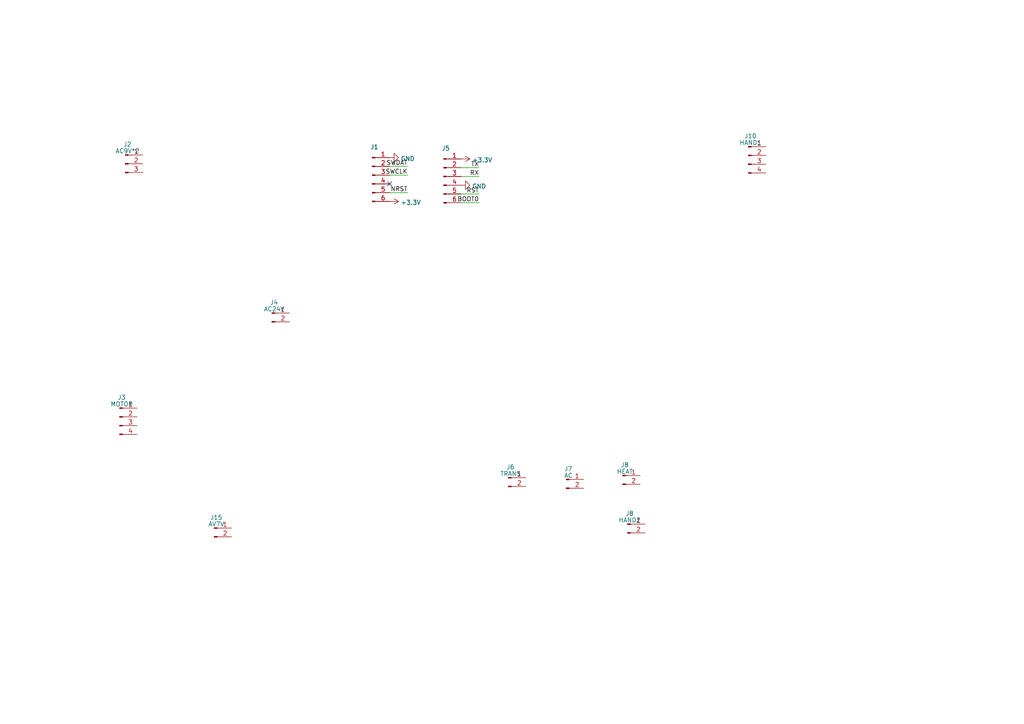
<source format=kicad_sch>
(kicad_sch (version 20230121) (generator eeschema)
  (paper "A4")
  (title_block (title "ST-862D-P2"))
  (lib_symbols
    (symbol "Connector:Conn_01x02_Pin" (pin_names (offset 1.016) hide)
      (property "Reference" "J" (at 0 2.54 0))
      (property "Value" "Conn_01x02_Pin" (at 0 -5.08 0))
      (symbol "Conn_01x02_Pin_1_1"
        (polyline (pts (xy 1.27 -2.54) (xy 0.8636 -2.54)) (stroke (width 0.1524)))
        (polyline (pts (xy 1.27 0) (xy 0.8636 0)) (stroke (width 0.1524)))
        (rectangle (start 0.8636 -2.413) (end 0 -2.667) (stroke (width 0.1524)) (fill (type outline)))
        (rectangle (start 0.8636 0.127) (end 0 -0.127) (stroke (width 0.1524)) (fill (type outline)))
        (pin passive line (at 5.08 0 180) (length 3.81) (name "Pin_1") (number "1"))
        (pin passive line (at 5.08 -2.54 180) (length 3.81) (name "Pin_2") (number "2"))
      )
    )
    (symbol "Connector:Conn_01x03_Pin" (pin_names (offset 1.016) hide)
      (property "Reference" "J" (at 0 5.08 0))
      (property "Value" "Conn_01x03_Pin" (at 0 -5.08 0))
      (symbol "Conn_01x03_Pin_1_1"
        (polyline (pts (xy 1.27 -2.54) (xy 0.8636 -2.54)) (stroke (width 0.1524)))
        (polyline (pts (xy 1.27 0) (xy 0.8636 0)) (stroke (width 0.1524)))
        (polyline (pts (xy 1.27 2.54) (xy 0.8636 2.54)) (stroke (width 0.1524)))
        (rectangle (start 0.8636 -2.413) (end 0 -2.667) (stroke (width 0.1524)) (fill (type outline)))
        (rectangle (start 0.8636 0.127) (end 0 -0.127) (stroke (width 0.1524)) (fill (type outline)))
        (rectangle (start 0.8636 2.667) (end 0 2.413) (stroke (width 0.1524)) (fill (type outline)))
        (pin passive line (at 5.08 2.54 180) (length 3.81) (name "Pin_1") (number "1"))
        (pin passive line (at 5.08 0 180) (length 3.81) (name "Pin_2") (number "2"))
        (pin passive line (at 5.08 -2.54 180) (length 3.81) (name "Pin_3") (number "3"))
      )
    )
    (symbol "Connector:Conn_01x04_Pin" (pin_names (offset 1.016) hide)
      (property "Reference" "J" (at 0 5.08 0))
      (property "Value" "Conn_01x04_Pin" (at 0 -7.62 0))
      (symbol "Conn_01x04_Pin_1_1"
        (polyline (pts (xy 1.27 -5.08) (xy 0.8636 -5.08)) (stroke (width 0.1524)))
        (polyline (pts (xy 1.27 -2.54) (xy 0.8636 -2.54)) (stroke (width 0.1524)))
        (polyline (pts (xy 1.27 0) (xy 0.8636 0)) (stroke (width 0.1524)))
        (polyline (pts (xy 1.27 2.54) (xy 0.8636 2.54)) (stroke (width 0.1524)))
        (rectangle (start 0.8636 -4.953) (end 0 -5.207) (stroke (width 0.1524)) (fill (type outline)))
        (rectangle (start 0.8636 -2.413) (end 0 -2.667) (stroke (width 0.1524)) (fill (type outline)))
        (rectangle (start 0.8636 0.127) (end 0 -0.127) (stroke (width 0.1524)) (fill (type outline)))
        (rectangle (start 0.8636 2.667) (end 0 2.413) (stroke (width 0.1524)) (fill (type outline)))
        (pin passive line (at 5.08 2.54 180) (length 3.81) (name "Pin_1") (number "1"))
        (pin passive line (at 5.08 0 180) (length 3.81) (name "Pin_2") (number "2"))
        (pin passive line (at 5.08 -2.54 180) (length 3.81) (name "Pin_3") (number "3"))
        (pin passive line (at 5.08 -5.08 180) (length 3.81) (name "Pin_4") (number "4"))
      )
    )
    (symbol "Connector:Conn_01x06_Pin" (pin_names (offset 1.016) hide)
      (property "Reference" "J" (at 0 7.62 0))
      (property "Value" "Conn_01x06_Pin" (at 0 -10.16 0))
      (symbol "Conn_01x06_Pin_1_1"
        (polyline (pts (xy 1.27 -7.62) (xy 0.8636 -7.62)) (stroke (width 0.1524)))
        (polyline (pts (xy 1.27 -5.08) (xy 0.8636 -5.08)) (stroke (width 0.1524)))
        (polyline (pts (xy 1.27 -2.54) (xy 0.8636 -2.54)) (stroke (width 0.1524)))
        (polyline (pts (xy 1.27 0) (xy 0.8636 0)) (stroke (width 0.1524)))
        (polyline (pts (xy 1.27 2.54) (xy 0.8636 2.54)) (stroke (width 0.1524)))
        (polyline (pts (xy 1.27 5.08) (xy 0.8636 5.08)) (stroke (width 0.1524)))
        (rectangle (start 0.8636 -7.493) (end 0 -7.747) (stroke (width 0.1524)) (fill (type outline)))
        (rectangle (start 0.8636 -4.953) (end 0 -5.207) (stroke (width 0.1524)) (fill (type outline)))
        (rectangle (start 0.8636 -2.413) (end 0 -2.667) (stroke (width 0.1524)) (fill (type outline)))
        (rectangle (start 0.8636 0.127) (end 0 -0.127) (stroke (width 0.1524)) (fill (type outline)))
        (rectangle (start 0.8636 2.667) (end 0 2.413) (stroke (width 0.1524)) (fill (type outline)))
        (rectangle (start 0.8636 5.207) (end 0 4.953) (stroke (width 0.1524)) (fill (type outline)))
        (pin passive line (at 5.08 5.08 180) (length 3.81) (name "Pin_1") (number "1"))
        (pin passive line (at 5.08 2.54 180) (length 3.81) (name "Pin_2") (number "2"))
        (pin passive line (at 5.08 0 180) (length 3.81) (name "Pin_3") (number "3"))
        (pin passive line (at 5.08 -2.54 180) (length 3.81) (name "Pin_4") (number "4"))
        (pin passive line (at 5.08 -5.08 180) (length 3.81) (name "Pin_5") (number "5"))
        (pin passive line (at 5.08 -7.62 180) (length 3.81) (name "Pin_6") (number "6"))
      )
    )
    (symbol "power:+3.3V" (power) (pin_names (offset 0))
      (property "Value" "+3.3V" (at 0 3.556 0))
      (symbol "+3.3V_0_1"
        (polyline (pts (xy -0.762 1.27) (xy 0 2.54)))
        (polyline (pts (xy 0 0) (xy 0 2.54)))
        (polyline (pts (xy 0 2.54) (xy 0.762 1.27)))
      )
      (symbol "+3.3V_1_1"
        (pin power_in line (at 0 0 90) (length 0) hide (name "+3.3V") (number "1"))
      )
    )
    (symbol "power:GND" (power) (pin_names (offset 0))
      (property "Value" "GND" (at 0 -3.81 0))
      (symbol "GND_0_1"
        (polyline (pts (xy 0 0) (xy 0 -1.27) (xy 1.27 -1.27) (xy 0 -2.54) (xy -1.27 -1.27) (xy 0 -1.27)))
      )
      (symbol "GND_1_1"
        (pin power_in line (at 0 0 270) (length 0) hide (name "GND") (number "1"))
      )
    )
  )
  (no_connect (at 113.03 53.34))
  (wire (pts (xy 133.731 58.801) (xy 138.938 58.801)))
  (wire (pts (xy 133.731 48.641) (xy 138.938 48.641)))
  (wire (pts (xy 113.03 55.88) (xy 118.237 55.88)))
  (wire (pts (xy 113.03 50.8) (xy 118.237 50.8)))
  (wire (pts (xy 133.731 56.261) (xy 138.938 56.261)))
  (wire (pts (xy 113.03 48.26) (xy 118.237 48.26)))
  (wire (pts (xy 133.731 51.181) (xy 138.938 51.181)))
  (label "RX" (at 138.938 51.181 180))
  (label "SWCLK" (at 118.237 50.8 180))
  (label "TX" (at 138.938 48.641 180))
  (label "NRST" (at 118.237 55.88 180))
  (label "SWDAT" (at 118.237 48.26 180))
  (label "RST" (at 138.938 56.261 180))
  (label "BOOT0" (at 138.938 58.801 180))
  (symbol (lib_id "Connector:Conn_01x04_Pin") (at 34.671 120.904 0) (unit 1)
    (property "Reference" "J3" (at 35.306 115.2779 0))
    (property "Value" "MOTOR" (at 35.306 117.1989 0))
  )
  (symbol (lib_id "Connector:Conn_01x02_Pin") (at 164.211 139.065 0) (unit 1)
    (property "Reference" "J7" (at 164.846 135.9789 0))
    (property "Value" "AC" (at 164.846 137.8999 0))
  )
  (symbol (lib_id "power:+3.3V") (at 113.03 58.42 270) (unit 1)
    (property "Reference" "#PWR02" (effects hide))
    (property "Value" "+3.3V" (at 116.205 58.7368 90) (effects (justify left)))
  )
  (symbol (lib_id "Connector:Conn_01x02_Pin") (at 78.867 90.805 0) (unit 1)
    (property "Reference" "J4" (at 79.502 87.7189 0))
    (property "Value" "AC24V" (at 79.502 89.6399 0))
  )
  (symbol (lib_id "Connector:Conn_01x02_Pin") (at 180.594 137.922 0) (unit 1)
    (property "Reference" "J8" (at 181.229 134.8359 0))
    (property "Value" "HEAT" (at 181.229 136.7569 0))
  )
  (symbol (lib_id "Connector:Conn_01x02_Pin") (at 62.103 153.162 0) (unit 1)
    (property "Reference" "J15" (at 62.738 150.0759 0))
    (property "Value" "AV7V" (at 62.738 151.9969 0))
  )
  (symbol (lib_id "power:GND") (at 113.03 45.72 90) (unit 1)
    (property "Reference" "#PWR01" (effects hide))
    (property "Value" "GND" (at 116.205 46.0368 90) (effects (justify right)))
  )
  (symbol (lib_id "Connector:Conn_01x06_Pin") (at 128.651 51.181 0) (unit 1)
    (property "Reference" "J5" (at 129.286 43.0149 0))
    (property "Value" "Conn_01x06_Pin" (effects hide))
  )
  (symbol (lib_id "Connector:Conn_01x04_Pin") (at 217.043 45.085 0) (unit 1)
    (property "Reference" "J10" (at 217.678 39.4589 0))
    (property "Value" "HAND1" (at 217.678 41.3799 0))
  )
  (symbol (lib_id "Connector:Conn_01x03_Pin") (at 36.322 47.498 0) (unit 1)
    (property "Reference" "J2" (at 36.957 41.8719 0))
    (property "Value" "AC9V*2" (at 36.957 43.7929 0))
  )
  (symbol (lib_id "Connector:Conn_01x02_Pin") (at 181.991 152.019 0) (unit 1)
    (property "Reference" "J8" (at 182.626 148.9329 0))
    (property "Value" "HAND2" (at 182.626 150.8539 0))
  )
  (symbol (lib_id "Connector:Conn_01x06_Pin") (at 107.95 50.8 0) (unit 1)
    (property "Reference" "J1" (at 108.585 42.6339 0))
    (property "Value" "Conn_01x06_Pin" (effects hide))
  )
  (symbol (lib_id "power:+3.3V") (at 133.731 46.101 270) (unit 1)
    (property "Reference" "#PWR03" (effects hide))
    (property "Value" "+3.3V" (at 136.906 46.4178 90) (effects (justify left)))
  )
  (symbol (lib_id "Connector:Conn_01x02_Pin") (at 147.447 138.557 0) (unit 1)
    (property "Reference" "J6" (at 148.082 135.4709 0))
    (property "Value" "TRANS" (at 148.082 137.3919 0))
  )
  (symbol (lib_id "power:GND") (at 133.731 53.721 90) (unit 1)
    (property "Reference" "#PWR04" (effects hide))
    (property "Value" "GND" (at 136.906 54.0378 90) (effects (justify right)))
  )
)
</source>
